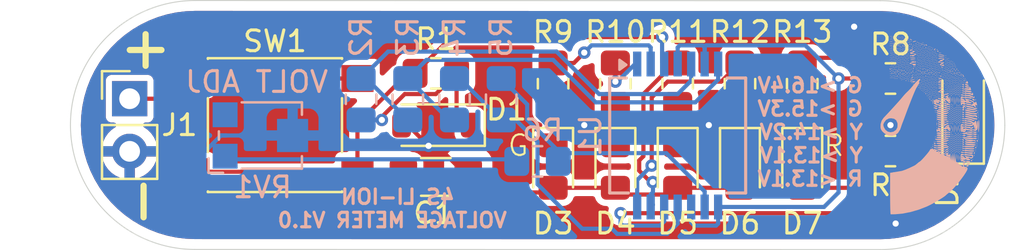
<source format=kicad_pcb>
(kicad_pcb (version 20240108) (generator "pcbnew") (generator_version "8.0")
  (layers (0 "F.Cu" signal) (31 "B.Cu" signal) (34 "B.Paste" user) (35 "F.Paste" user) (36 "B.SilkS" user "B.Silkscreen") (37 "F.SilkS" user "F.Silkscreen") (38 "B.Mask" user) (39 "F.Mask" user) (44 "Edge.Cuts" user))
  (net 0 "")
  (net 1 "GND")
  (net 2 "Net-(D3-A)")
  (net 3 "Net-(D1-K)")
  (net 4 "Net-(D2-A)")
  (net 5 "Net-(D3-K)")
  (net 6 "Net-(D4-K)")
  (net 7 "Net-(D5-K)")
  (net 8 "Net-(D6-K)")
  (net 9 "Net-(D7-K)")
  (net 10 "Net-(J1-Pin_1)")
  (net 11 "Net-(U1A-+)")
  (net 12 "Net-(U1B-+)")
  (net 13 "Net-(U1C-+)")
  (net 14 "Net-(U1D-+)")
  (net 15 "Net-(R6-Pad2)")
  (net 16 "Net-(U1A--)")
  (net 17 "Net-(R9-Pad2)")
  (net 18 "Net-(R10-Pad2)")
  (net 19 "Net-(R11-Pad2)")
  (net 20 "Net-(R12-Pad2)")
  (footprint "Connector_PinHeader_2.54mm:PinHeader_1x02_P2.54mm_Vertical" (layer "F.Cu") (at 113.600002 85.725)
    (property "Reference" "J1" (at 2.399998 1.275 180) (layer "F.SilkS"))
    (property "Value" "Conn_01x02_Pin")
    (pad "1" thru_hole rect (at 0 0) (size 1.7 1.7) (drill 1) (layers "*.Cu" "*.Mask") (net 10 "Net-(J1-Pin_1)"))
    (pad "2" thru_hole oval (at 0 2.54) (size 1.7 1.7) (drill 1) (layers "*.Cu" "*.Mask") (net 1 "GND"))
  )
  (footprint "LED_SMD:LED_0805_2012Metric_Pad1.15x1.40mm_HandSolder" (layer "F.Cu") (at 137 89 -90)
    (property "Reference" "D4" (at 2.75 0.000002 180) (layer "F.SilkS"))
    (property "Value" "LED")
    (pad "1" smd roundrect (at -1.024999 0.000001 270) (size 1.15 1.4) (layers "F.Cu" "F.Paste" "F.Mask") (roundrect_rratio 0.217391) (net 6 "Net-(D4-K)"))
    (pad "2" smd roundrect (at 1.024999 -0.000001 270) (size 1.15 1.4) (layers "F.Cu" "F.Paste" "F.Mask") (roundrect_rratio 0.217391) (net 2 "Net-(D3-A)"))
  )
  (footprint "Resistor_SMD:R_0805_2012Metric_Pad1.20x1.40mm_HandSolder" (layer "F.Cu") (at 134 85 90)
    (property "Reference" "R9" (at 2.5 0 0) (layer "F.SilkS"))
    (property "Value" "5.1k")
    (pad "1" smd roundrect (at -1 0 90) (size 1.2 1.4) (layers "F.Cu" "F.Paste" "F.Mask") (roundrect_rratio 0.208333) (net 5 "Net-(D3-K)"))
    (pad "2" smd roundrect (at 1 0 90) (size 1.2 1.4) (layers "F.Cu" "F.Paste" "F.Mask") (roundrect_rratio 0.208333) (net 17 "Net-(R9-Pad2)"))
  )
  (footprint "Resistor_SMD:R_0805_2012Metric_Pad1.20x1.40mm_HandSolder" (layer "F.Cu") (at 140 85 90)
    (property "Reference" "R11" (at 2.5 0.000003 0) (layer "F.SilkS"))
    (property "Value" "5.1k")
    (pad "1" smd roundrect (at -1 0 90) (size 1.2 1.4) (layers "F.Cu" "F.Paste" "F.Mask") (roundrect_rratio 0.208333) (net 7 "Net-(D5-K)"))
    (pad "2" smd roundrect (at 1 0 90) (size 1.2 1.4) (layers "F.Cu" "F.Paste" "F.Mask") (roundrect_rratio 0.208333) (net 19 "Net-(R11-Pad2)"))
  )
  (footprint "Resistor_SMD:R_0805_2012Metric_Pad1.20x1.40mm_HandSolder" (layer "F.Cu") (at 143 85 90)
    (property "Reference" "R12" (at 2.5 0 0) (layer "F.SilkS"))
    (property "Value" "5.1k")
    (pad "1" smd roundrect (at -1 0 90) (size 1.2 1.4) (layers "F.Cu" "F.Paste" "F.Mask") (roundrect_rratio 0.208333) (net 8 "Net-(D6-K)"))
    (pad "2" smd roundrect (at 1 0 90) (size 1.2 1.4) (layers "F.Cu" "F.Paste" "F.Mask") (roundrect_rratio 0.208333) (net 20 "Net-(R12-Pad2)"))
  )
  (footprint "Button_Switch_SMD:SW_Push_1P1T_NO_6x6mm_H9.5mm" (layer "F.Cu") (at 120.600002 87)
    (property "Reference" "SW1" (at 0 -4.05 0) (layer "F.SilkS"))
    (property "Value" "SW_Push")
    (pad "1" smd rect (at -3.975 -2.25) (size 1.55 1.3) (layers "F.Cu" "F.Paste" "F.Mask") (net 10 "Net-(J1-Pin_1)"))
    (pad "1" smd rect (at 3.975 -2.25) (size 1.55 1.3) (layers "F.Cu" "F.Paste" "F.Mask") (net 10 "Net-(J1-Pin_1)"))
    (pad "2" smd rect (at -3.975 2.25) (size 1.55 1.3) (layers "F.Cu" "F.Paste" "F.Mask") (net 2 "Net-(D3-A)"))
    (pad "2" smd rect (at 3.975 2.25) (size 1.55 1.3) (layers "F.Cu" "F.Paste" "F.Mask") (net 2 "Net-(D3-A)"))
  )
  (footprint "Resistor_SMD:R_0805_2012Metric_Pad1.20x1.40mm_HandSolder" (layer "F.Cu") (at 137 85 90)
    (property "Reference" "R10" (at 2.5 0.000003 0) (layer "F.SilkS"))
    (property "Value" "5.1k")
    (pad "1" smd roundrect (at -1 0 90) (size 1.2 1.4) (layers "F.Cu" "F.Paste" "F.Mask") (roundrect_rratio 0.208333) (net 6 "Net-(D4-K)"))
    (pad "2" smd roundrect (at 1 0 90) (size 1.2 1.4) (layers "F.Cu" "F.Paste" "F.Mask") (roundrect_rratio 0.208333) (net 18 "Net-(R10-Pad2)"))
  )
  (footprint "Resistor_SMD:R_0805_2012Metric_Pad1.20x1.40mm_HandSolder" (layer "F.Cu") (at 150.25 84.75)
    (property "Reference" "R8" (at 0.000001 -1.65 0) (layer "F.SilkS"))
    (property "Value" "5.1k")
    (pad "1" smd roundrect (at -1 0) (size 1.2 1.4) (layers "F.Cu" "F.Paste" "F.Mask") (roundrect_rratio 0.208333) (net 16 "Net-(U1A--)"))
    (pad "2" smd roundrect (at 1 0) (size 1.2 1.4) (layers "F.Cu" "F.Paste" "F.Mask") (roundrect_rratio 0.208333) (net 1 "GND"))
  )
  (footprint "Resistor_SMD:R_0805_2012Metric_Pad1.20x1.40mm_HandSolder" (layer "F.Cu") (at 128.350002 84.5)
    (property "Reference" "R1" (at 0.000001 -1.65 0) (layer "F.SilkS"))
    (property "Value" "1k")
    (pad "1" smd roundrect (at -1 0) (size 1.2 1.4) (layers "F.Cu" "F.Paste" "F.Mask") (roundrect_rratio 0.208333) (net 2 "Net-(D3-A)"))
    (pad "2" smd roundrect (at 1 0) (size 1.2 1.4) (layers "F.Cu" "F.Paste" "F.Mask") (roundrect_rratio 0.208333) (net 3 "Net-(D1-K)"))
  )
  (footprint "Capacitor_SMD:C_1206_3216Metric_Pad1.33x1.80mm_HandSolder" (layer "F.Cu") (at 128.350002 89.5)
    (property "Reference" "C1" (at -0.100002 1.75 180) (layer "F.SilkS"))
    (property "Value" "0.1uF")
    (pad "1" smd roundrect (at -1.562501 -0.000004) (size 1.325 1.8) (layers "F.Cu" "F.Paste" "F.Mask") (roundrect_rratio 0.188679) (net 2 "Net-(D3-A)"))
    (pad "2" smd roundrect (at 1.562501 0.000004) (size 1.325 1.8) (layers "F.Cu" "F.Paste" "F.Mask") (roundrect_rratio 0.188679) (net 1 "GND"))
  )
  (footprint "LED_SMD:LED_0805_2012Metric_Pad1.15x1.40mm_HandSolder" (layer "F.Cu") (at 134 89 -90)
    (property "Reference" "D3" (at 2.75 0.000002 180) (layer "F.SilkS"))
    (property "Value" "LED" (hide yes))
    (pad "1" smd roundrect (at -1.024999 0.000001 270) (size 1.15 1.4) (layers "F.Cu" "F.Paste" "F.Mask") (roundrect_rratio 0.217391) (net 5 "Net-(D3-K)"))
    (pad "2" smd roundrect (at 1.024999 -0.000001 270) (size 1.15 1.4) (layers "F.Cu" "F.Paste" "F.Mask") (roundrect_rratio 0.217391) (net 2 "Net-(D3-A)"))
  )
  (footprint "LED_SMD:LED_0805_2012Metric_Pad1.15x1.40mm_HandSolder" (layer "F.Cu") (at 143 89 -90)
    (property "Reference" "D6" (at 2.750001 0 180) (layer "F.SilkS"))
    (property "Value" "LED")
    (pad "1" smd roundrect (at -1.024999 0.000001 270) (size 1.15 1.4) (layers "F.Cu" "F.Paste" "F.Mask") (roundrect_rratio 0.217391) (net 8 "Net-(D6-K)"))
    (pad "2" smd roundrect (at 1.024999 -0.000001 270) (size 1.15 1.4) (layers "F.Cu" "F.Paste" "F.Mask") (roundrect_rratio 0.217391) (net 2 "Net-(D3-A)"))
  )
  (footprint "Diode_SMD:D_SOD-123" (layer "F.Cu") (at 128.350002 87 180)
    (property "Reference" "D1" (at -3.399998 0.75 180) (layer "F.SilkS"))
    (property "Value" "6.2V")
    (pad "1" smd roundrect (at -1.649998 0 180) (size 0.9 1.2) (layers "F.Cu" "F.Paste" "F.Mask") (net 3 "Net-(D1-K)"))
    (pad "2" smd roundrect (at 1.649998 0 180) (size 0.9 1.2) (layers "F.Cu" "F.Paste" "F.Mask") (net 1 "GND"))
  )
  (footprint "Resistor_SMD:R_0805_2012Metric_Pad1.20x1.40mm_HandSolder" (layer "F.Cu") (at 146 85 90)
    (property "Reference" "R13" (at 2.5 0 0) (layer "F.SilkS"))
    (property "Value" "5.1k")
    (pad "1" smd roundrect (at -1 0 90) (size 1.2 1.4) (layers "F.Cu" "F.Paste" "F.Mask") (roundrect_rratio 0.208333) (net 9 "Net-(D7-K)"))
    (pad "2" smd roundrect (at 1 0 90) (size 1.2 1.4) (layers "F.Cu" "F.Paste" "F.Mask") (roundrect_rratio 0.208333) (net 4 "Net-(D2-A)"))
  )
  (footprint "LED_SMD:LED_0805_2012Metric_Pad1.15x1.40mm_HandSolder" (layer "F.Cu") (at 140 89 -90)
    (property "Reference" "D5" (at 2.750001 0 180) (layer "F.SilkS"))
    (property "Value" "LED")
    (pad "1" smd roundrect (at -1.024999 0.000001 270) (size 1.15 1.4) (layers "F.Cu" "F.Paste" "F.Mask") (roundrect_rratio 0.217391) (net 7 "Net-(D5-K)"))
    (pad "2" smd roundrect (at 1.024999 -0.000001 270) (size 1.15 1.4) (layers "F.Cu" "F.Paste" "F.Mask") (roundrect_rratio 0.217391) (net 2 "Net-(D3-A)"))
  )
  (footprint "Resistor_SMD:R_0805_2012Metric_Pad1.20x1.40mm_HandSolder" (layer "F.Cu") (at 150.25 88.25 180)
    (property "Reference" "R7" (at 0 -1.649998 180) (layer "F.SilkS"))
    (property "Value" "15k")
    (pad "1" smd roundrect (at -1 0 180) (size 1.2 1.4) (layers "F.Cu" "F.Paste" "F.Mask") (roundrect_rratio 0.208333) (net 2 "Net-(D3-A)"))
    (pad "2" smd roundrect (at 1 0 180) (size 1.2 1.4) (layers "F.Cu" "F.Paste" "F.Mask") (roundrect_rratio 0.208333) (net 16 "Net-(U1A--)"))
  )
  (footprint "Diode_SMD:D_SOD-123" (layer "F.Cu") (at 153.75 86.5 90)
    (property "Reference" "D2" (at -3.5 -0.75 -90) (layer "F.SilkS"))
    (property "Value" "D")
    (pad "1" smd roundrect (at -1.649998 0 90) (size 0.9 1.2) (layers "F.Cu" "F.Paste" "F.Mask") (net 1 "GND"))
    (pad "2" smd roundrect (at 1.649998 0 90) (size 0.9 1.2) (layers "F.Cu" "F.Paste" "F.Mask") (net 4 "Net-(D2-A)"))
  )
  (footprint "LED_SMD:LED_0805_2012Metric_Pad1.15x1.40mm_HandSolder" (layer "F.Cu") (at 146 89 -90)
    (property "Reference" "D7" (at 2.750001 0 180) (layer "F.SilkS"))
    (property "Value" "LED")
    (pad "1" smd roundrect (at -1.024999 0.000001 270) (size 1.15 1.4) (layers "F.Cu" "F.Paste" "F.Mask") (roundrect_rratio 0.217391) (net 9 "Net-(D7-K)"))
    (pad "2" smd roundrect (at 1.024999 -0.000001 270) (size 1.15 1.4) (layers "F.Cu" "F.Paste" "F.Mask") (roundrect_rratio 0.217391) (net 2 "Net-(D3-A)"))
  )
  (footprint "Resistor_SMD:R_0805_2012Metric_Pad1.20x1.40mm_HandSolder" (layer "B.Cu") (at 133.25 88.75 180)
    (property "Reference" "R6" (at -0.25 1.5 180) (layer "B.SilkS") (effects (justify mirror)))
    (property "Value" "8.2k" (hide yes))
    (pad "1" smd roundrect (at -1 0 180) (size 1.2 1.4) (layers "B.Cu" "B.Paste" "B.Mask") (roundrect_rratio 0.208333) (net 14 "Net-(U1D-+)"))
    (pad "2" smd roundrect (at 1 0 180) (size 1.2 1.4) (layers "B.Cu" "B.Paste" "B.Mask") (roundrect_rratio 0.208333) (net 15 "Net-(R6-Pad2)"))
  )
  (footprint "Package_SO:SSOP-14_5.3x6.2mm_P0.65mm" (layer "B.Cu") (at 140 87.5 -90)
    (property "Reference" "U1" (at 0 4.2 90) (layer "B.SilkS") (effects (justify mirror)))
    (property "Value" "LM339")
    (pad "1" smd rect (at -3.45 1.949999 270) (size 1.2 0.4) (layers "B.Cu" "B.Paste" "B.Mask") (net 18 "Net-(R10-Pad2)"))
    (pad "2" smd rect (at -3.450001 1.300001 270) (size 1.2 0.4) (layers "B.Cu" "B.Paste" "B.Mask") (net 17 "Net-(R9-Pad2)"))
    (pad "3" smd rect (at -3.449998 0.650001 270) (size 1.2 0.4) (layers "B.Cu" "B.Paste" "B.Mask") (net 2 "Net-(D3-A)"))
    (pad "4" smd rect (at -3.449999 -0.000001 270) (size 1.2 0.4) (layers "B.Cu" "B.Paste" "B.Mask") (net 16 "Net-(U1A--)"))
    (pad "5" smd rect (at -3.449998 -0.65 270) (size 1.2 0.4) (layers "B.Cu" "B.Paste" "B.Mask") (net 11 "Net-(U1A-+)"))
    (pad "6" smd rect (at -3.449999 -1.300001 270) (size 1.2 0.4) (layers "B.Cu" "B.Paste" "B.Mask") (net 16 "Net-(U1A--)"))
    (pad "7" smd rect (at -3.45 -1.949999 270) (size 1.2 0.4) (layers "B.Cu" "B.Paste" "B.Mask") (net 12 "Net-(U1B-+)"))
    (pad "8" smd rect (at 3.45 -1.949999 270) (size 1.2 0.4) (layers "B.Cu" "B.Paste" "B.Mask") (net 16 "Net-(U1A--)"))
    (pad "9" smd rect (at 3.450001 -1.300001 270) (size 1.2 0.4) (layers "B.Cu" "B.Paste" "B.Mask") (net 14 "Net-(U1D-+)"))
    (pad "10" smd rect (at 3.449998 -0.650001 270) (size 1.2 0.4) (layers "B.Cu" "B.Paste" "B.Mask") (net 16 "Net-(U1A--)"))
    (pad "11" smd rect (at 3.449999 0.000001 270) (size 1.2 0.4) (layers "B.Cu" "B.Paste" "B.Mask") (net 13 "Net-(U1C-+)"))
    (pad "12" smd rect (at 3.449998 0.65 270) (size 1.2 0.4) (layers "B.Cu" "B.Paste" "B.Mask") (net 4 "Net-(D2-A)"))
    (pad "13" smd rect (at 3.449999 1.300001 270) (size 1.2 0.4) (layers "B.Cu" "B.Paste" "B.Mask") (net 19 "Net-(R11-Pad2)"))
    (pad "14" smd rect (at 3.45 1.949999 270) (size 1.2 0.4) (layers "B.Cu" "B.Paste" "B.Mask") (net 20 "Net-(R12-Pad2)"))
  )
  (footprint "Potentiometer_SMD:Potentiometer_Bourns_TC33X_Vertical" (layer "B.Cu") (at 120 87.5)
    (property "Reference" "RV1" (at 0 2.5 0) (layer "B.SilkS") (effects (justify mirror)))
    (property "Value" "4.7k")
    (pad "1" smd rect (at -1.8 1) (size 1.2 1.2) (layers "B.Cu" "B.Paste" "B.Mask") (net 15 "Net-(R6-Pad2)"))
    (pad "2" smd rect (at 1.45 0) (size 1.5 1.6) (layers "B.Cu" "B.Paste" "B.Mask") (net 1 "GND"))
    (pad "3" smd rect (at -1.8 -1) (size 1.2 1.2) (layers "B.Cu" "B.Paste" "B.Mask"))
  )
  (footprint "Resistor_SMD:R_0805_2012Metric_Pad1.20x1.40mm_HandSolder" (layer "B.Cu") (at 129.25 85.749999 90)
    (property "Reference" "R4" (at 2.999999 0.000001 -90) (layer "B.SilkS") (effects (justify mirror)))
    (property "Value" "820")
    (pad "1" smd roundrect (at -1 0 90) (size 1.2 1.4) (layers "B.Cu" "B.Paste" "B.Mask") (roundrect_rratio 0.208333) (net 12 "Net-(U1B-+)"))
    (pad "2" smd roundrect (at 1 0 90) (size 1.2 1.4) (layers "B.Cu" "B.Paste" "B.Mask") (roundrect_rratio 0.208333) (net 13 "Net-(U1C-+)"))
  )
  (footprint "TPS51386:meter" (layer "B.Cu") (at 152.3 87.1 90)
    (property "Reference" "G***" (hide yes))
    (property "Value" "LOGO" (hide yes))
  )
  (footprint "Resistor_SMD:R_0805_2012Metric_Pad1.20x1.40mm_HandSolder" (layer "B.Cu") (at 127 85.75 90)
    (property "Reference" "R3" (at 2.999999 0.000001 -90) (layer "B.SilkS") (effects (justify mirror)))
    (property "Value" "820")
    (pad "1" smd roundrect (at -1 0 90) (size 1.2 1.4) (layers "B.Cu" "B.Paste" "B.Mask") (roundrect_rratio 0.208333) (net 11 "Net-(U1A-+)"))
    (pad "2" smd roundrect (at 1 0 90) (size 1.2 1.4) (layers "B.Cu" "B.Paste" "B.Mask") (roundrect_rratio 0.208333) (net 12 "Net-(U1B-+)"))
  )
  (footprint "Resistor_SMD:R_0805_2012Metric_Pad1.20x1.40mm_HandSolder" (layer "B.Cu") (at 131.5 85.75 90)
    (property "Reference" "R5" (at 2.999999 0.000001 -90) (layer "B.SilkS") (effects (justify mirror)))
    (property "Value" "820")
    (pad "1" smd roundrect (at -1 0 90) (size 1.2 1.4) (layers "B.Cu" "B.Paste" "B.Mask") (roundrect_rratio 0.208333) (net 13 "Net-(U1C-+)"))
    (pad "2" smd roundrect (at 1 0 90) (size 1.2 1.4) (layers "B.Cu" "B.Paste" "B.Mask") (roundrect_rratio 0.208333) (net 14 "Net-(U1D-+)"))
  )
  (footprint "Resistor_SMD:R_0805_2012Metric_Pad1.20x1.40mm_HandSolder" (layer "B.Cu") (at 124.75 85.749999 90)
    (property "Reference" "R2" (at 2.999999 0.000001 -90) (layer "B.SilkS") (effects (justify mirror)))
    (property "Value" "6.8k")
    (pad "1" smd roundrect (at -1 0 90) (size 1.2 1.4) (layers "B.Cu" "B.Paste" "B.Mask") (roundrect_rratio 0.208333) (net 3 "Net-(D1-K)"))
    (pad "2" smd roundrect (at 1 0 90) (size 1.2 1.4) (layers "B.Cu" "B.Paste" "B.Mask") (roundrect_rratio 0.208333) (net 11 "Net-(U1A-+)"))
  )
  (gr_line (start 116.750001 80.985283) (end 149.75736 80.992642) (stroke (width 0.05)) (layer "Edge.Cuts"))
  (gr_arc (start 110.750018 87) (mid 112.502159 82.747848) (end 116.750001 80.985283) (stroke (width 0.05)) (layer "Edge.Cuts"))
  (gr_arc (start 116.749999 92.999998) (mid 112.507361 91.242639) (end 110.750002 87) (stroke (width 0.05)) (layer "Edge.Cuts"))
  (gr_line (start 149.757359 93.007359) (end 116.749999 92.999998) (stroke (width 0.05)) (layer "Edge.Cuts"))
  (gr_arc (start 149.75736 80.992623) (mid 154.005213 82.755195) (end 155.757359 87.007359) (stroke (width 0.05)) (layer "Edge.Cuts"))
  (gr_arc (start 155.757359 87.007359) (mid 154 91.25) (end 149.757359 93.007359) (stroke (width 0.05)) (layer "Edge.Cuts"))
  (gr_text "VOLT ADJ" (at 123.25 85.5 0) (layer "B.SilkS") (effects (font (size 1 1)) (justify left bottom mirror)))
  (gr_text "G >16.4V\nG >15.3V\nY >14.2V\nY >13.1V\nR <13.1V" (at 149 90 0) (layer "B.SilkS") (effects (font (size 0.7 0.7) (thickness 0.15) (bold yes)) (justify left bottom mirror)))
  (gr_text "4S LI-ION \nVOLTAGE METER V1.0" (at 126.25 92 0) (layer "B.SilkS") (effects (font (size 0.7 0.7) (thickness 0.15) (bold yes)) (justify bottom mirror)))
  (gr_text "-\n" (at 113.25 89.25 -90) (layer "F.SilkS") (effects (font (size 2 2) (thickness 0.3)) (justify left bottom)))
  (gr_text "R" (at 146.96 88.57 0) (layer "F.SilkS") (effects (font (size 1 1) (thickness 0.1)) (justify left bottom)))
  (gr_text "+" (at 112.935002 84.395 0) (layer "F.SilkS") (effects (font (size 2 2) (thickness 0.3)) (justify left bottom)))
  (gr_text "G" (at 131.75 88.57 0) (layer "F.SilkS") (effects (font (size 1 1) (thickness 0.1)) (justify left bottom)))
  (segment (start 127 87) (end 128 88) (width 0.2) (layer "F.Cu") (net 1))
  (segment (start 128 88) (end 128.25 88.25) (width 0.2) (layer "F.Cu") (net 1))
  (segment (start 126.700004 87) (end 127 87) (width 0.2) (layer "F.Cu") (net 1))
  (segment (start 128.662499 88.25) (end 129.912503 89.500004) (width 0.2) (layer "F.Cu") (net 1))
  (segment (start 128.25 88.25) (end 128.662499 88.25) (width 0.2) (layer "F.Cu") (net 1))
  (via (at 150.25 87) (size 0.6) (drill 0.3) (layers "F.Cu" "B.Cu") (net 1))
  (via (at 148.5 82.25) (size 0.6) (drill 0.3) (layers "F.Cu" "B.Cu") (net 1))
  (via (at 135.5 87) (size 0.6) (drill 0.3) (layers "F.Cu" "B.Cu") (net 1))
  (via (at 150.5 91.75) (size 0.6) (drill 0.3) (layers "F.Cu" "B.Cu") (net 1))
  (via (at 141.5 87) (size 0.6) (drill 0.3) (layers "F.Cu" "B.Cu") (net 1))
  (via (at 128 88) (size 0.6) (drill 0.3) (layers "F.Cu" "B.Cu") (net 1))
  (segment (start 118 87.5) (end 123.915257 87.5) (width 0.2) (layer "B.Cu") (net 1))
  (segment (start 113.600002 88.265) (end 117.235 88.265) (width 0.2) (layer "B.Cu") (net 1))
  (segment (start 117.235 88.265) (end 118 87.5) (width 0.2) (layer "B.Cu") (net 1))
  (segment (start 118.25 87.5) (end 118 87.5) (width 0.2) (layer "B.Cu") (net 1))
  (segment (start 124.415257 88) (end 128 88) (width 0.2) (layer "B.Cu") (net 1))
  (segment (start 123.915257 87.5) (end 124.415257 88) (width 0.2) (layer "B.Cu") (net 1))
  (segment (start 126.787501 89.499996) (end 124.824998 89.499996) (width 0.2) (layer "F.Cu") (net 2))
  (segment (start 124.824998 89.499996) (end 124.575002 89.25) (width 0.2) (layer "F.Cu") (net 2))
  (segment (start 127.350002 84.5) (end 127 84.5) (width 0.2) (layer "F.Cu") (net 2))
  (segment (start 124.575002 86.924998) (end 124.575002 89.25) (width 0.2) (layer "F.Cu") (net 2))
  (segment (start 124.575002 89.25) (end 116.625002 89.25) (width 0.2) (layer "F.Cu") (net 2))
  (segment (start 131.009751 90.25) (end 133.775 90.25) (width 0.2) (layer "F.Cu") (net 2))
  (segment (start 127 84.5) (end 124.575002 86.924998) (width 0.2) (layer "F.Cu") (net 2))
  (segment (start 151.25 88.25) (end 149.475001 90.024999) (width 0.2) (layer "F.Cu") (net 2))
  (segment (start 139.675 90.35) (end 140.000001 90.024999) (width 0.2) (layer "F.Cu") (net 2))
  (segment (start 140.000001 90.024999) (end 143.000001 90.024999) (width 0.2) (layer "F.Cu") (net 2))
  (segment (start 126.787501 89.499996) (end 127.987509 90.700004) (width 0.2) (layer "F.Cu") (net 2))
  (segment (start 127.350002 84.5) (end 129.100002 82.75) (width 0.2) (layer "F.Cu") (net 2))
  (segment (start 130.559747 90.700004) (end 131.009751 90.25) (width 0.2) (layer "F.Cu") (net 2))
  (segment (start 137.325002 90.35) (end 139.675 90.35) (width 0.2) (layer "F.Cu") (net 2))
  (segment (start 133.775 90.25) (end 134.000001 90.024999) (width 0.2) (layer "F.Cu") (net 2))
  (segment (start 143.000001 90.024999) (end 146.000001 90.024999) (width 0.2) (layer "F.Cu") (net 2))
  (segment (start 134.000001 90.024999) (end 137.000001 90.024999) (width 0.2) (layer "F.Cu") (net 2))
  (segment (start 137.000001 90.024999) (end 137.325002 90.35) (width 0.2) (layer "F.Cu") (net 2))
  (segment (start 149.475001 90.024999) (end 146.000001 90.024999) (width 0.2) (layer "F.Cu") (net 2))
  (segment (start 129.100002 82.75) (end 139.25 82.75) (width 0.2) (layer "F.Cu") (net 2))
  (segment (start 127.987509 90.700004) (end 130.559747 90.700004) (width 0.2) (layer "F.Cu") (net 2))
  (via (at 139.25 82.75) (size 0.6) (drill 0.3) (layers "F.Cu" "B.Cu") (net 2))
  (segment (start 139.25 83.950003) (end 139.349999 84.050002) (width 0.2) (layer "B.Cu") (net 2))
  (segment (start 139.25 82.75) (end 139.25 83.950003) (width 0.2) (layer "B.Cu") (net 2))
  (segment (start 128.350002 85.5) (end 126.851308 85.5) (width 0.2) (layer "F.Cu") (net 3))
  (segment (start 129.350002 84.5) (end 128.350002 85.5) (width 0.2) (layer "F.Cu") (net 3))
  (segment (start 126.851308 85.5) (end 125.750004 86.601304) (width 0.2) (layer "F.Cu") (net 3))
  (segment (start 125.750004 86.601304) (end 125.750004 86.75) (width 0.2) (layer "F.Cu") (net 3))
  (segment (start 129.350002 84.5) (end 129.350002 86.350002) (width 0.2) (layer "F.Cu") (net 3))
  (segment (start 129.350002 86.350002) (end 130 87) (width 0.2) (layer "F.Cu") (net 3))
  (via (at 125.750004 86.75) (size 0.6) (drill 0.3) (layers "F.Cu" "B.Cu") (net 3))
  (segment (start 125.750004 86.75) (end 125.750003 86.749999) (width 0.2) (layer "B.Cu") (net 3))
  (segment (start 125.750003 86.749999) (end 124.75 86.749999) (width 0.2) (layer "B.Cu") (net 3))
  (segment (start 137.250002 91.25) (end 137.25 91.249998) (width 0.2) (layer "F.Cu") (net 4))
  (segment (start 152.649998 83.75) (end 146.25 83.75) (width 0.2) (layer "F.Cu") (net 4))
  (segment (start 149.834744 91.25) (end 139.650002 91.25) (width 0.2) (layer "F.Cu") (net 4))
  (segment (start 139.650002 91.25) (end 137.250002 91.25) (width 0.2) (layer "F.Cu") (net 4))
  (segment (start 152.15 86.450002) (end 152.15 88.934744) (width 0.2) (layer "F.Cu") (net 4))
  (segment (start 153.75 84.850002) (end 152.15 86.450002) (width 0.2) (layer "F.Cu") (net 4))
  (segment (start 152.15 88.934744) (end 149.834744 91.25) (width 0.2) (layer "F.Cu") (net 4))
  (segment (start 146.25 83.75) (end 146 84) (width 0.2) (layer "F.Cu") (net 4))
  (segment (start 153.75 84.850002) (end 152.649998 83.75) (width 0.2) (layer "F.Cu") (net 4))
  (via (at 137.25 91.249998) (size 0.6) (drill 0.3) (layers "F.Cu" "B.Cu") (net 4))
  (segment (start 137.25 91.75) (end 137.35 91.85) (width 0.2) (layer "B.Cu") (net 4))
  (segment (start 139.35 91.649999) (end 139.35 90.949998) (width 0.2) (layer "B.Cu") (net 4))
  (segment (start 137.25 91.249998) (end 137.25 91.75) (width 0.2) (layer "B.Cu") (net 4))
  (segment (start 137.35 91.85) (end 139.149999 91.85) (width 0.2) (layer "B.Cu") (net 4))
  (segment (start 139.149999 91.85) (end 139.35 91.649999) (width 0.2) (layer "B.Cu") (net 4))
  (segment (start 134 86) (end 134 87.975) (width 0.2) (layer "F.Cu") (net 5))
  (segment (start 134 87.975) (end 133.999999 87.975001) (width 0.2) (layer "F.Cu") (net 5))
  (segment (start 137 86) (end 137 87.975) (width 0.2) (layer "F.Cu") (net 6))
  (segment (start 137 87.975) (end 136.999999 87.975001) (width 0.2) (layer "F.Cu") (net 6))
  (segment (start 140 87.975) (end 139.999999 87.975001) (width 0.2) (layer "F.Cu") (net 7))
  (segment (start 140 86) (end 140 87.975) (width 0.2) (layer "F.Cu") (net 7))
  (segment (start 143 87.975) (end 142.999999 87.975001) (width 0.2) (layer "F.Cu") (net 8))
  (segment (start 143 86) (end 143 87.975) (width 0.2) (layer "F.Cu") (net 8))
  (segment (start 146 86) (end 146 87.975) (width 0.2) (layer "F.Cu") (net 9))
  (segment (start 146 87.975) (end 145.999999 87.975001) (width 0.2) (layer "F.Cu") (net 9))
  (segment (start 116.625002 84.75) (end 124.575002 84.75) (width 0.2) (layer "F.Cu") (net 10))
  (segment (start 113.600002 85.725) (end 115.650002 85.725) (width 0.2) (layer "F.Cu") (net 10))
  (segment (start 115.650002 85.725) (end 116.625002 84.75) (width 0.2) (layer "F.Cu") (net 10))
  (segment (start 124.75 84.749999) (end 124.999999 84.749999) (width 0.2) (layer "B.Cu") (net 11))
  (segment (start 136.216112 85.5) (end 140.000002 85.5) (width 0.2) (layer "B.Cu") (net 11))
  (segment (start 124.75 84.749999) (end 126.05 83.449999) (width 0.2) (layer "B.Cu") (net 11))
  (segment (start 134.166111 83.449999) (end 136.216112 85.5) (width 0.2) (layer "B.Cu") (net 11))
  (segment (start 124.999999 84.749999) (end 127 86.75) (width 0.2) (layer "B.Cu") (net 11))
  (segment (start 140.000002 85.5) (end 140.65 84.850002) (width 0.2) (layer "B.Cu") (net 11))
  (segment (start 140.65 84.850002) (end 140.65 84.050002) (width 0.2) (layer "B.Cu") (net 11))
  (segment (start 126.05 83.449999) (end 134.166111 83.449999) (width 0.2) (layer "B.Cu") (net 11))
  (segment (start 134.000425 83.849999) (end 136.050426 85.9) (width 0.2) (layer "B.Cu") (net 12))
  (segment (start 140.850002 85.9) (end 141.949999 84.800003) (width 0.2) (layer "B.Cu") (net 12))
  (segment (start 127 84.75) (end 128.999999 86.749999) (width 0.2) (layer "B.Cu") (net 12))
  (segment (start 136.050426 85.9) (end 140.850002 85.9) (width 0.2) (layer "B.Cu") (net 12))
  (segment (start 128.999999 86.749999) (end 129.25 86.749999) (width 0.2) (layer "B.Cu") (net 12))
  (segment (start 127.900001 83.849999) (end 134.000425 83.849999) (width 0.2) (layer "B.Cu") (net 12))
  (segment (start 141.949999 84.800003) (end 141.949999 84.05) (width 0.2) (layer "B.Cu") (net 12))
  (segment (start 127 84.75) (end 127.900001 83.849999) (width 0.2) (layer "B.Cu") (net 12))
  (segment (start 133.25 87.8) (end 133.25 89.849998) (width 0.2) (layer "B.Cu") (net 13))
  (segment (start 132.2 86.75) (end 133.25 87.8) (width 0.2) (layer "B.Cu") (net 13))
  (segment (start 129.499999 84.749999) (end 131.5 86.75) (width 0.2) (layer "B.Cu") (net 13))
  (segment (start 139.999999 91.749999) (end 139.999999 90.949999) (width 0.2) (layer "B.Cu") (net 13))
  (segment (start 136.834315 92) (end 137.084315 92.25) (width 0.2) (layer "B.Cu") (net 13))
  (segment (start 139.499998 92.25) (end 139.999999 91.749999) (width 0.2) (layer "B.Cu") (net 13))
  (segment (start 133.25 89.849998) (end 135.400002 92) (width 0.2) (layer "B.Cu") (net 13))
  (segment (start 137.084315 92.25) (end 139.499998 92.25) (width 0.2) (layer "B.Cu") (net 13))
  (segment (start 129.25 84.749999) (end 129.499999 84.749999) (width 0.2) (layer "B.Cu") (net 13))
  (segment (start 135.400002 92) (end 136.834315 92) (width 0.2) (layer "B.Cu") (net 13))
  (segment (start 131.5 86.75) (end 132.2 86.75) (width 0.2) (layer "B.Cu") (net 13))
  (segment (start 131.5 84.75) (end 132.75 86) (width 0.2) (layer "B.Cu") (net 14))
  (segment (start 141.300001 90.199998) (end 139.451772 88.351769) (width 0.2) (layer "B.Cu") (net 14))
  (segment (start 134.648231 88.351769) (end 134.25 88.75) (width 0.2) (layer "B.Cu") (net 14))
  (segment (start 134.25 88.25) (end 134.25 88.75) (width 0.2) (layer "B.Cu") (net 14))
  (segment (start 132.75 86.734314) (end 133.65 87.634314) (width 0.2) (layer "B.Cu") (net 14))
  (segment (start 133.65 87.634314) (end 133.65 87.65) (width 0.2) (layer "B.Cu") (net 14))
  (segment (start 141.300001 90.950001) (end 141.300001 90.199998) (width 0.2) (layer "B.Cu") (net 14))
  (segment (start 132.75 86) (end 132.75 86.734314) (width 0.2) (layer "B.Cu") (net 14))
  (segment (start 139.451772 88.351769) (end 134.648231 88.351769) (width 0.2) (layer "B.Cu") (net 14))
  (segment (start 133.65 87.65) (end 134.25 88.25) (width 0.2) (layer "B.Cu") (net 14))
  (segment (start 131.5 84.75) (end 131.5 85.084748) (width 0.2) (layer "B.Cu") (net 14))
  (segment (start 132.15 88.65) (end 132.25 88.75) (width 0.2) (layer "B.Cu") (net 15))
  (segment (start 118.35 88.65) (end 132.15 88.65) (width 0.2) (layer "B.Cu") (net 15))
  (segment (start 118.2 88.5) (end 118.35 88.65) (width 0.2) (layer "B.Cu") (net 15))
  (segment (start 149.25 84.75) (end 149.25 88.25) (width 0.2) (layer "F.Cu") (net 16))
  (segment (start 149.25 84.75) (end 147.75 84.75) (width 0.2) (layer "F.Cu") (net 16))
  (via (at 147.75 84.75) (size 0.6) (drill 0.3) (layers "F.Cu" "B.Cu") (net 16))
  (segment (start 146.15 83.15) (end 141.35 83.15) (width 0.2) (layer "B.Cu") (net 16))
  (segment (start 141.849998 91.850001) (end 141.949999 91.75) (width 0.2) (layer "B.Cu") (net 16))
  (segment (start 141.300001 84.050001) (end 141.300001 83.250001) (width 0.2) (layer "B.Cu") (net 16))
  (segment (start 140.650001 90.949998) (end 140.650001 91.700001) (width 0.2) (layer "B.Cu") (net 16))
  (segment (start 140.1 83.150002) (end 140.000001 83.250001) (width 0.2) (layer "B.Cu") (net 16))
  (segment (start 147.05 90.95) (end 147.75 90.25) (width 0.2) (layer "B.Cu") (net 16))
  (segment (start 147.75 90.25) (end 147.75 84.75) (width 0.2) (layer "B.Cu") (net 16))
  (segment (start 141.949999 90.95) (end 147.05 90.95) (width 0.2) (layer "B.Cu") (net 16))
  (segment (start 140.650001 91.700001) (end 140.800001 91.850001) (width 0.2) (layer "B.Cu") (net 16))
  (segment (start 140.000001 83.250001) (end 140.000001 84.050001) (width 0.2) (layer "B.Cu") (net 16))
  (segment (start 141.949999 91.75) (end 141.949999 90.95) (width 0.2) (layer "B.Cu") (net 16))
  (segment (start 140.800001 91.850001) (end 141.849998 91.850001) (width 0.2) (layer "B.Cu") (net 16))
  (segment (start 141.200002 83.150002) (end 140.1 83.150002) (width 0.2) (layer "B.Cu") (net 16))
  (segment (start 141.300001 83.199999) (end 141.300001 84.050001) (width 0.2) (layer "B.Cu") (net 16))
  (segment (start 147.75 84.75) (end 146.15 83.15) (width 0.2) (layer "B.Cu") (net 16))
  (segment (start 141.300001 83.250001) (end 141.200002 83.150002) (width 0.2) (layer "B.Cu") (net 16))
  (segment (start 141.35 83.15) (end 141.300001 83.199999) (width 0.2) (layer "B.Cu") (net 16))
  (segment (start 135 84) (end 134 84) (width 0.2) (layer "F.Cu") (net 17))
  (segment (start 135.5 83.5) (end 135 84) (width 0.2) (layer "F.Cu") (net 17))
  (via (at 135.5 83.5) (size 0.6) (drill 0.3) (layers "F.Cu" "B.Cu") (net 17))
  (segment (start 135.85 83.15) (end 138.6 83.15) (width 0.2) (layer "B.Cu") (net 17))
  (segment (start 135.5 83.5) (end 135.85 83.15) (width 0.2) (layer "B.Cu") (net 17))
  (segment (start 138.6 83.15) (end 138.699999 83.249999) (width 0.2) (layer "B.Cu") (net 17))
  (segment (start 138.699999 83.249999) (end 138.699999 84.049999) (width 0.2) (layer "B.Cu") (net 17))
  (segment (start 137 84) (end 137 84.9) (width 0.2) (layer "F.Cu") (net 18))
  (via (at 137 84.9) (size 0.6) (drill 0.3) (layers "F.Cu" "B.Cu") (net 18))
  (segment (start 137 85) (end 137 84.9) (width 0.2) (layer "B.Cu") (net 18))
  (segment (start 137.95 84.05) (end 137 85) (width 0.2) (layer "B.Cu") (net 18))
  (segment (start 138.050001 84.05) (end 137.95 84.05) (width 0.2) (layer "B.Cu") (net 18))
  (segment (start 139.849571 84) (end 140 84) (width 0.2) (layer "F.Cu") (net 19))
  (segment (start 138.696487 89.75) (end 138.146785 89.200298) (width 0.2) (layer "F.Cu") (net 19))
  (segment (start 138.146785 88.70324) (end 138.35 88.500025) (width 0.2) (layer "F.Cu") (net 19))
  (segment (start 138.146785 89.200298) (end 138.146785 88.70324) (width 0.2) (layer "F.Cu") (net 19))
  (segment (start 138.35 88.500025) (end 138.35 85.499571) (width 0.2) (layer "F.Cu") (net 19))
  (segment (start 138.800001 89.75) (end 138.696487 89.75) (width 0.2) (layer "F.Cu") (net 19))
  (segment (start 138.35 85.499571) (end 139.849571 84) (width 0.2) (layer "F.Cu") (net 19))
  (via (at 138.800001 89.75) (size 0.6) (drill 0.3) (layers "F.Cu" "B.Cu") (net 19))
  (segment (start 138.800001 89.75) (end 138.809379 89.759378) (width 0.2) (layer "B.Cu") (net 19))
  (segment (start 138.699999 90.349999) (end 138.699999 90.949999) (width 0.2) (layer "B.Cu") (net 19))
  (segment (start 138.809379 90.240619) (end 138.699999 90.349999) (width 0.2) (layer "B.Cu") (net 19))
  (segment (start 138.809379 89.759378) (end 138.809379 90.240619) (width 0.2) (layer "B.Cu") (net 19))
  (segment (start 138.699999 90.949999) (end 138.809379 90.840619) (width 0.2) (layer "B.Cu") (net 19))
  (segment (start 139.515256 84.9) (end 142.1 84.9) (width 0.2) (layer "F.Cu") (net 20))
  (segment (start 138.746785 88.951769) (end 138.75 88.948554) (width 0.2) (layer "F.Cu") (net 20))
  (segment (start 142.1 84.9) (end 143 84) (width 0.2) (layer "F.Cu") (net 20))
  (segment (start 138.75 85.665256) (end 139.515256 84.9) (width 0.2) (layer "F.Cu") (net 20))
  (segment (start 138.75 88.948554) (end 138.75 85.665256) (width 0.2) (layer "F.Cu") (net 20))
  (via (at 138.746785 88.951769) (size 0.6) (drill 0.3) (layers "F.Cu" "B.Cu") (net 20))
  (segment (start 138.050001 89.651471) (end 138.050001 90.95) (width 0.2) (layer "B.Cu") (net 20))
  (segment (start 138.551472 89.15) (end 138.050001 89.651471) (width 0.2) (layer "B.Cu") (net 20))
  (segment (start 138.551472 89.147082) (end 138.551472 89.15) (width 0.2) (layer "B.Cu") (net 20))
  (segment (start 138.746785 88.951769) (end 138.551472 89.147082) (width 0.2) (layer "B.Cu") (net 20))
  (zone (net 1) (net_name "GND") (layer "F.Cu") (connect_pads (clearance 0.3)) (min_thickness 0.25) (fill yes (thermal_gap 0.5) (thermal_bridge_width 0.5) (island_removal_mode 2) (island_area_min 10))
    (polygon (pts (xy 110.75 81) (xy 155.75 81) (xy 155.75 93) (xy 110.75 93)))
  )
  (zone (net 1) (net_name "GND") (layer "B.Cu") (priority 1) (connect_pads (clearance 0.3)) (min_thickness 0.25) (fill yes (thermal_gap 0.5) (thermal_bridge_width 0.5) (island_removal_mode 2) (island_area_min 10))
    (polygon (pts (xy 110.75 81) (xy 155.75 81) (xy 155.75 93) (xy 110.75 93)))
  )
)
</source>
